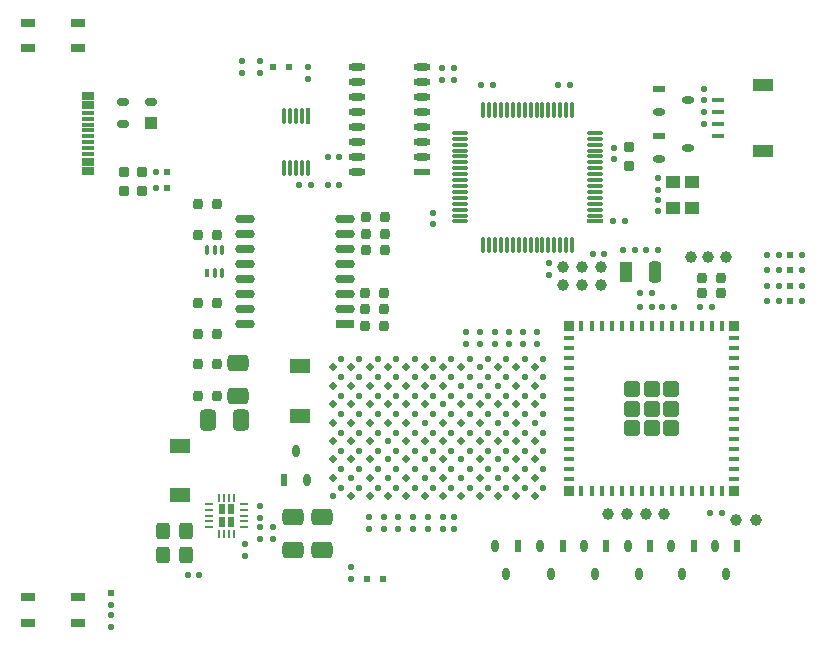
<source format=gtp>
G04*
G04 #@! TF.GenerationSoftware,Altium Limited,Altium Designer,23.3.1 (30)*
G04*
G04 Layer_Color=8421504*
%FSLAX25Y25*%
%MOIN*%
G70*
G04*
G04 #@! TF.SameCoordinates,635F8F13-06B7-4B74-B609-E5844613821D*
G04*
G04*
G04 #@! TF.FilePolarity,Positive*
G04*
G01*
G75*
%ADD21R,0.02362X0.03543*%
%ADD22R,0.00787X0.02756*%
G04:AMPARAMS|DCode=23|XSize=35.43mil|YSize=31.5mil|CornerRadius=7.87mil|HoleSize=0mil|Usage=FLASHONLY|Rotation=180.000|XOffset=0mil|YOffset=0mil|HoleType=Round|Shape=RoundedRectangle|*
%AMROUNDEDRECTD23*
21,1,0.03543,0.01575,0,0,180.0*
21,1,0.01968,0.03150,0,0,180.0*
1,1,0.01575,-0.00984,0.00787*
1,1,0.01575,0.00984,0.00787*
1,1,0.01575,0.00984,-0.00787*
1,1,0.01575,-0.00984,-0.00787*
%
%ADD23ROUNDEDRECTD23*%
%ADD24R,0.01968X0.01968*%
G04:AMPARAMS|DCode=25|XSize=19.68mil|YSize=19.68mil|CornerRadius=4.92mil|HoleSize=0mil|Usage=FLASHONLY|Rotation=270.000|XOffset=0mil|YOffset=0mil|HoleType=Round|Shape=RoundedRectangle|*
%AMROUNDEDRECTD25*
21,1,0.01968,0.00984,0,0,270.0*
21,1,0.00984,0.01968,0,0,270.0*
1,1,0.00984,-0.00492,-0.00492*
1,1,0.00984,-0.00492,0.00492*
1,1,0.00984,0.00492,0.00492*
1,1,0.00984,0.00492,-0.00492*
%
%ADD25ROUNDEDRECTD25*%
%ADD26C,0.03937*%
G04:AMPARAMS|DCode=27|XSize=47.24mil|YSize=25.59mil|CornerRadius=1.28mil|HoleSize=0mil|Usage=FLASHONLY|Rotation=180.000|XOffset=0mil|YOffset=0mil|HoleType=Round|Shape=RoundedRectangle|*
%AMROUNDEDRECTD27*
21,1,0.04724,0.02303,0,0,180.0*
21,1,0.04469,0.02559,0,0,180.0*
1,1,0.00256,-0.02234,0.01152*
1,1,0.00256,0.02234,0.01152*
1,1,0.00256,0.02234,-0.01152*
1,1,0.00256,-0.02234,-0.01152*
%
%ADD27ROUNDEDRECTD27*%
G04:AMPARAMS|DCode=28|XSize=15.75mil|YSize=33.47mil|CornerRadius=3.15mil|HoleSize=0mil|Usage=FLASHONLY|Rotation=0.000|XOffset=0mil|YOffset=0mil|HoleType=Round|Shape=RoundedRectangle|*
%AMROUNDEDRECTD28*
21,1,0.01575,0.02717,0,0,0.0*
21,1,0.00945,0.03347,0,0,0.0*
1,1,0.00630,0.00472,-0.01358*
1,1,0.00630,-0.00472,-0.01358*
1,1,0.00630,-0.00472,0.01358*
1,1,0.00630,0.00472,0.01358*
%
%ADD28ROUNDEDRECTD28*%
G04:AMPARAMS|DCode=29|XSize=19.68mil|YSize=19.68mil|CornerRadius=4.92mil|HoleSize=0mil|Usage=FLASHONLY|Rotation=0.000|XOffset=0mil|YOffset=0mil|HoleType=Round|Shape=RoundedRectangle|*
%AMROUNDEDRECTD29*
21,1,0.01968,0.00984,0,0,0.0*
21,1,0.00984,0.01968,0,0,0.0*
1,1,0.00984,0.00492,-0.00492*
1,1,0.00984,-0.00492,-0.00492*
1,1,0.00984,-0.00492,0.00492*
1,1,0.00984,0.00492,0.00492*
%
%ADD29ROUNDEDRECTD29*%
%ADD30O,0.05709X0.02362*%
G04:AMPARAMS|DCode=31|XSize=31.5mil|YSize=35.43mil|CornerRadius=7.87mil|HoleSize=0mil|Usage=FLASHONLY|Rotation=90.000|XOffset=0mil|YOffset=0mil|HoleType=Round|Shape=RoundedRectangle|*
%AMROUNDEDRECTD31*
21,1,0.03150,0.01968,0,0,90.0*
21,1,0.01575,0.03543,0,0,90.0*
1,1,0.01575,0.00984,0.00787*
1,1,0.01575,0.00984,-0.00787*
1,1,0.01575,-0.00984,-0.00787*
1,1,0.01575,-0.00984,0.00787*
%
%ADD31ROUNDEDRECTD31*%
G04:AMPARAMS|DCode=32|XSize=31.5mil|YSize=35.43mil|CornerRadius=7.87mil|HoleSize=0mil|Usage=FLASHONLY|Rotation=0.000|XOffset=0mil|YOffset=0mil|HoleType=Round|Shape=RoundedRectangle|*
%AMROUNDEDRECTD32*
21,1,0.03150,0.01968,0,0,0.0*
21,1,0.01575,0.03543,0,0,0.0*
1,1,0.01575,0.00787,-0.00984*
1,1,0.01575,-0.00787,-0.00984*
1,1,0.01575,-0.00787,0.00984*
1,1,0.01575,0.00787,0.00984*
%
%ADD32ROUNDEDRECTD32*%
G04:AMPARAMS|DCode=33|XSize=23.62mil|YSize=42.52mil|CornerRadius=2.36mil|HoleSize=0mil|Usage=FLASHONLY|Rotation=270.000|XOffset=0mil|YOffset=0mil|HoleType=Round|Shape=RoundedRectangle|*
%AMROUNDEDRECTD33*
21,1,0.02362,0.03780,0,0,270.0*
21,1,0.01890,0.04252,0,0,270.0*
1,1,0.00472,-0.01890,-0.00945*
1,1,0.00472,-0.01890,0.00945*
1,1,0.00472,0.01890,0.00945*
1,1,0.00472,0.01890,-0.00945*
%
%ADD33ROUNDEDRECTD33*%
G04:AMPARAMS|DCode=34|XSize=11.81mil|YSize=42.52mil|CornerRadius=1.18mil|HoleSize=0mil|Usage=FLASHONLY|Rotation=90.000|XOffset=0mil|YOffset=0mil|HoleType=Round|Shape=RoundedRectangle|*
%AMROUNDEDRECTD34*
21,1,0.01181,0.04016,0,0,90.0*
21,1,0.00945,0.04252,0,0,90.0*
1,1,0.00236,0.02008,0.00472*
1,1,0.00236,0.02008,-0.00472*
1,1,0.00236,-0.02008,-0.00472*
1,1,0.00236,-0.02008,0.00472*
%
%ADD34ROUNDEDRECTD34*%
G04:AMPARAMS|DCode=35|XSize=55.12mil|YSize=70.87mil|CornerRadius=13.78mil|HoleSize=0mil|Usage=FLASHONLY|Rotation=90.000|XOffset=0mil|YOffset=0mil|HoleType=Round|Shape=RoundedRectangle|*
%AMROUNDEDRECTD35*
21,1,0.05512,0.04331,0,0,90.0*
21,1,0.02756,0.07087,0,0,90.0*
1,1,0.02756,0.02165,0.01378*
1,1,0.02756,0.02165,-0.01378*
1,1,0.02756,-0.02165,-0.01378*
1,1,0.02756,-0.02165,0.01378*
%
%ADD35ROUNDEDRECTD35*%
G04:AMPARAMS|DCode=36|XSize=19.68mil|YSize=19.68mil|CornerRadius=4.92mil|HoleSize=0mil|Usage=FLASHONLY|Rotation=45.000|XOffset=0mil|YOffset=0mil|HoleType=Round|Shape=RoundedRectangle|*
%AMROUNDEDRECTD36*
21,1,0.01968,0.00984,0,0,45.0*
21,1,0.00984,0.01968,0,0,45.0*
1,1,0.00984,0.00696,0.00000*
1,1,0.00984,0.00000,-0.00696*
1,1,0.00984,-0.00696,0.00000*
1,1,0.00984,0.00000,0.00696*
%
%ADD36ROUNDEDRECTD36*%
%ADD37P,0.02784X4X90.0*%
%ADD38O,0.02362X0.04331*%
%ADD39R,0.02362X0.04331*%
%ADD40R,0.01181X0.05709*%
%ADD41O,0.01181X0.05709*%
G04:AMPARAMS|DCode=42|XSize=55.12mil|YSize=70.87mil|CornerRadius=13.78mil|HoleSize=0mil|Usage=FLASHONLY|Rotation=180.000|XOffset=0mil|YOffset=0mil|HoleType=Round|Shape=RoundedRectangle|*
%AMROUNDEDRECTD42*
21,1,0.05512,0.04331,0,0,180.0*
21,1,0.02756,0.07087,0,0,180.0*
1,1,0.02756,-0.01378,0.02165*
1,1,0.02756,0.01378,0.02165*
1,1,0.02756,0.01378,-0.02165*
1,1,0.02756,-0.01378,-0.02165*
%
%ADD42ROUNDEDRECTD42*%
%ADD43R,0.01968X0.02362*%
%ADD44R,0.01968X0.01968*%
%ADD45R,0.06929X0.05118*%
%ADD46O,0.06496X0.02992*%
%ADD47R,0.06496X0.02992*%
%ADD48O,0.01575X0.03150*%
%ADD49R,0.01575X0.03150*%
%ADD50R,0.05709X0.02362*%
G04:AMPARAMS|DCode=51|XSize=35.43mil|YSize=31.5mil|CornerRadius=7.87mil|HoleSize=0mil|Usage=FLASHONLY|Rotation=90.000|XOffset=0mil|YOffset=0mil|HoleType=Round|Shape=RoundedRectangle|*
%AMROUNDEDRECTD51*
21,1,0.03543,0.01575,0,0,90.0*
21,1,0.01968,0.03150,0,0,90.0*
1,1,0.01575,0.00787,0.00984*
1,1,0.01575,0.00787,-0.00984*
1,1,0.01575,-0.00787,-0.00984*
1,1,0.01575,-0.00787,0.00984*
%
%ADD51ROUNDEDRECTD51*%
G04:AMPARAMS|DCode=52|XSize=51.18mil|YSize=51.18mil|CornerRadius=5.12mil|HoleSize=0mil|Usage=FLASHONLY|Rotation=180.000|XOffset=0mil|YOffset=0mil|HoleType=Round|Shape=RoundedRectangle|*
%AMROUNDEDRECTD52*
21,1,0.05118,0.04095,0,0,180.0*
21,1,0.04095,0.05118,0,0,180.0*
1,1,0.01024,-0.02047,0.02047*
1,1,0.01024,0.02047,0.02047*
1,1,0.01024,0.02047,-0.02047*
1,1,0.01024,-0.02047,-0.02047*
%
%ADD52ROUNDEDRECTD52*%
%ADD53R,0.01575X0.03347*%
%ADD54R,0.03347X0.03347*%
G04:AMPARAMS|DCode=55|XSize=15.75mil|YSize=33.47mil|CornerRadius=3.15mil|HoleSize=0mil|Usage=FLASHONLY|Rotation=90.000|XOffset=0mil|YOffset=0mil|HoleType=Round|Shape=RoundedRectangle|*
%AMROUNDEDRECTD55*
21,1,0.01575,0.02717,0,0,90.0*
21,1,0.00945,0.03347,0,0,90.0*
1,1,0.00630,0.01358,0.00472*
1,1,0.00630,0.01358,-0.00472*
1,1,0.00630,-0.01358,-0.00472*
1,1,0.00630,-0.01358,0.00472*
%
%ADD55ROUNDEDRECTD55*%
G04:AMPARAMS|DCode=56|XSize=47.24mil|YSize=55.12mil|CornerRadius=11.81mil|HoleSize=0mil|Usage=FLASHONLY|Rotation=0.000|XOffset=0mil|YOffset=0mil|HoleType=Round|Shape=RoundedRectangle|*
%AMROUNDEDRECTD56*
21,1,0.04724,0.03150,0,0,0.0*
21,1,0.02362,0.05512,0,0,0.0*
1,1,0.02362,0.01181,-0.01575*
1,1,0.02362,-0.01181,-0.01575*
1,1,0.02362,-0.01181,0.01575*
1,1,0.02362,0.01181,0.01575*
%
%ADD56ROUNDEDRECTD56*%
%ADD57O,0.04331X0.02362*%
%ADD58R,0.04331X0.02362*%
%ADD59R,0.03937X0.04134*%
G04:AMPARAMS|DCode=60|XSize=25.59mil|YSize=39.37mil|CornerRadius=6.4mil|HoleSize=0mil|Usage=FLASHONLY|Rotation=270.000|XOffset=0mil|YOffset=0mil|HoleType=Round|Shape=RoundedRectangle|*
%AMROUNDEDRECTD60*
21,1,0.02559,0.02657,0,0,270.0*
21,1,0.01280,0.03937,0,0,270.0*
1,1,0.01280,-0.01329,-0.00640*
1,1,0.01280,-0.01329,0.00640*
1,1,0.01280,0.01329,0.00640*
1,1,0.01280,0.01329,-0.00640*
%
%ADD60ROUNDEDRECTD60*%
%ADD61O,0.05709X0.01181*%
%ADD62R,0.05709X0.01181*%
%ADD63R,0.04724X0.04331*%
G04:AMPARAMS|DCode=64|XSize=39.37mil|YSize=70.87mil|CornerRadius=9.84mil|HoleSize=0mil|Usage=FLASHONLY|Rotation=0.000|XOffset=0mil|YOffset=0mil|HoleType=Round|Shape=RoundedRectangle|*
%AMROUNDEDRECTD64*
21,1,0.03937,0.05118,0,0,0.0*
21,1,0.01968,0.07087,0,0,0.0*
1,1,0.01968,0.00984,-0.02559*
1,1,0.01968,-0.00984,-0.02559*
1,1,0.01968,-0.00984,0.02559*
1,1,0.01968,0.00984,0.02559*
%
%ADD64ROUNDEDRECTD64*%
%ADD65R,0.03937X0.07087*%
G04:AMPARAMS|DCode=66|XSize=43.31mil|YSize=15.75mil|CornerRadius=5.51mil|HoleSize=0mil|Usage=FLASHONLY|Rotation=180.000|XOffset=0mil|YOffset=0mil|HoleType=Round|Shape=RoundedRectangle|*
%AMROUNDEDRECTD66*
21,1,0.04331,0.00472,0,0,180.0*
21,1,0.03228,0.01575,0,0,180.0*
1,1,0.01102,-0.01614,0.00236*
1,1,0.01102,0.01614,0.00236*
1,1,0.01102,0.01614,-0.00236*
1,1,0.01102,-0.01614,-0.00236*
%
%ADD66ROUNDEDRECTD66*%
G04:AMPARAMS|DCode=67|XSize=66.93mil|YSize=39.37mil|CornerRadius=2.95mil|HoleSize=0mil|Usage=FLASHONLY|Rotation=180.000|XOffset=0mil|YOffset=0mil|HoleType=Round|Shape=RoundedRectangle|*
%AMROUNDEDRECTD67*
21,1,0.06693,0.03347,0,0,180.0*
21,1,0.06102,0.03937,0,0,180.0*
1,1,0.00591,-0.03051,0.01673*
1,1,0.00591,0.03051,0.01673*
1,1,0.00591,0.03051,-0.01673*
1,1,0.00591,-0.03051,-0.01673*
%
%ADD67ROUNDEDRECTD67*%
%ADD68R,0.04331X0.01575*%
%ADD69O,0.03150X0.00787*%
%ADD70R,0.03150X0.00787*%
D21*
X270866Y239763D02*
D03*
X274016Y239764D02*
D03*
X270866Y235433D02*
D03*
X274015Y235433D02*
D03*
D22*
X274803Y231595D02*
D03*
X273229Y231594D02*
D03*
X270079Y231594D02*
D03*
X271654Y231594D02*
D03*
X270079Y243602D02*
D03*
X271654Y243602D02*
D03*
X274803Y243602D02*
D03*
X273229Y243602D02*
D03*
D23*
X406693Y360433D02*
D03*
Y354134D02*
D03*
D24*
X233858Y211811D02*
D03*
D25*
Y207874D02*
D03*
Y200394D02*
D03*
Y204331D02*
D03*
X352362Y298819D02*
D03*
X352362Y294882D02*
D03*
X379800Y321775D02*
D03*
Y317838D02*
D03*
X299606Y387008D02*
D03*
Y383071D02*
D03*
X344094Y386614D02*
D03*
Y382677D02*
D03*
X348425Y386614D02*
D03*
Y382677D02*
D03*
X278740Y224213D02*
D03*
Y228150D02*
D03*
X287795Y229724D02*
D03*
Y233661D02*
D03*
X283465Y388976D02*
D03*
Y385039D02*
D03*
X277559Y388976D02*
D03*
Y385039D02*
D03*
X313976Y220472D02*
D03*
Y216535D02*
D03*
X283465Y229724D02*
D03*
Y233661D02*
D03*
Y236811D02*
D03*
Y240748D02*
D03*
X375984Y294882D02*
D03*
X375984Y298819D02*
D03*
X361811Y294882D02*
D03*
X361811Y298819D02*
D03*
X357087Y294882D02*
D03*
X357087Y298819D02*
D03*
X366535Y294882D02*
D03*
X366535Y298819D02*
D03*
X371260Y294882D02*
D03*
X371260Y298819D02*
D03*
X319882Y237205D02*
D03*
X319882Y233268D02*
D03*
X324803Y237205D02*
D03*
X324803Y233268D02*
D03*
X339567Y237205D02*
D03*
Y233268D02*
D03*
X334646Y237205D02*
D03*
X334646Y233268D02*
D03*
X431496Y372047D02*
D03*
Y368110D02*
D03*
Y375984D02*
D03*
Y379921D02*
D03*
X329724Y237205D02*
D03*
X329724Y233268D02*
D03*
X416142Y342913D02*
D03*
Y338976D02*
D03*
Y350000D02*
D03*
Y346063D02*
D03*
X401575Y360236D02*
D03*
Y356299D02*
D03*
X341339Y338583D02*
D03*
Y334646D02*
D03*
D26*
X448819Y236221D02*
D03*
X442126D02*
D03*
X418110Y238189D02*
D03*
X412205D02*
D03*
X405905D02*
D03*
X399606D02*
D03*
X384646Y314567D02*
D03*
Y320472D02*
D03*
X390945Y314567D02*
D03*
Y320472D02*
D03*
X397244Y314567D02*
D03*
Y320472D02*
D03*
X433071Y323622D02*
D03*
X438976D02*
D03*
X427165D02*
D03*
D27*
X206102Y201870D02*
D03*
Y210335D02*
D03*
X223031Y201870D02*
D03*
Y210335D02*
D03*
X206102Y393406D02*
D03*
Y401870D02*
D03*
X223031Y393406D02*
D03*
Y401870D02*
D03*
D28*
X417520Y245669D02*
D03*
X420866D02*
D03*
X437598D02*
D03*
X434252Y300787D02*
D03*
X430905D02*
D03*
X424213Y300787D02*
D03*
X427559Y300787D02*
D03*
X420866D02*
D03*
X417520D02*
D03*
X414173D02*
D03*
X410827D02*
D03*
X407480D02*
D03*
X404134D02*
D03*
X400787Y300787D02*
D03*
X434252Y245669D02*
D03*
X430905D02*
D03*
X424213D02*
D03*
X427559Y245669D02*
D03*
X414173D02*
D03*
X410827Y245669D02*
D03*
X407480Y245669D02*
D03*
X404134Y245669D02*
D03*
X400787Y245669D02*
D03*
X397441Y300787D02*
D03*
X394094Y300787D02*
D03*
X390748Y300787D02*
D03*
X397441Y245669D02*
D03*
X394094D02*
D03*
X390748D02*
D03*
D29*
X348425Y237205D02*
D03*
Y233071D02*
D03*
X437598Y238583D02*
D03*
X344488Y237205D02*
D03*
Y233071D02*
D03*
X405118Y335630D02*
D03*
X401181D02*
D03*
X263386Y217913D02*
D03*
X259449D02*
D03*
X456693Y314173D02*
D03*
X452756D02*
D03*
X414173Y311811D02*
D03*
X410236D02*
D03*
X414173Y307087D02*
D03*
X410236D02*
D03*
X421457D02*
D03*
X417520D02*
D03*
X456693Y324410D02*
D03*
X452756D02*
D03*
X456693Y319291D02*
D03*
X452756D02*
D03*
X456693Y309055D02*
D03*
X452756D02*
D03*
X296654Y347638D02*
D03*
X300590D02*
D03*
X464173Y324410D02*
D03*
Y319291D02*
D03*
Y314173D02*
D03*
Y309055D02*
D03*
X306102Y347638D02*
D03*
X310039D02*
D03*
X306102Y357087D02*
D03*
X310039D02*
D03*
X434252Y307087D02*
D03*
X430315D02*
D03*
X433661Y238583D02*
D03*
X248819Y351969D02*
D03*
Y346850D02*
D03*
X386811Y381004D02*
D03*
X382874D02*
D03*
X416142Y325984D02*
D03*
X412205D02*
D03*
X408661D02*
D03*
X404724D02*
D03*
X361221Y381004D02*
D03*
X357283D02*
D03*
X394488Y324803D02*
D03*
X398425D02*
D03*
D30*
X337500Y382185D02*
D03*
X337500Y387185D02*
D03*
X337500Y357185D02*
D03*
X337500Y362185D02*
D03*
Y367185D02*
D03*
Y372185D02*
D03*
Y377185D02*
D03*
X316043Y352185D02*
D03*
Y357185D02*
D03*
Y362185D02*
D03*
Y367185D02*
D03*
Y372185D02*
D03*
Y377185D02*
D03*
Y382185D02*
D03*
Y387185D02*
D03*
D31*
X244094Y345669D02*
D03*
Y351969D02*
D03*
X238189Y345669D02*
D03*
Y351969D02*
D03*
D32*
X262992Y341535D02*
D03*
X269291D02*
D03*
X318898Y331496D02*
D03*
X325197D02*
D03*
X318504Y306299D02*
D03*
X324803D02*
D03*
X430905Y311811D02*
D03*
X437205D02*
D03*
X269291Y331102D02*
D03*
X262992D02*
D03*
X269291Y287992D02*
D03*
X262992D02*
D03*
X318898Y325984D02*
D03*
X325197D02*
D03*
X318898Y337008D02*
D03*
X325197D02*
D03*
X324803Y300787D02*
D03*
X318504D02*
D03*
X324803Y311811D02*
D03*
X318504D02*
D03*
X269291Y308465D02*
D03*
X262992D02*
D03*
X262992Y298228D02*
D03*
X269291D02*
D03*
X262992Y277362D02*
D03*
X269291D02*
D03*
D33*
X226181Y352362D02*
D03*
Y377559D02*
D03*
Y374410D02*
D03*
Y355512D02*
D03*
D34*
Y371850D02*
D03*
Y369882D02*
D03*
Y367913D02*
D03*
Y365945D02*
D03*
Y363976D02*
D03*
Y362008D02*
D03*
Y360039D02*
D03*
Y358071D02*
D03*
D35*
X304134Y237205D02*
D03*
Y226181D02*
D03*
X294488Y237205D02*
D03*
X294488Y226181D02*
D03*
X276279Y288386D02*
D03*
Y277362D02*
D03*
D36*
X310630Y277515D02*
D03*
X316755Y283639D02*
D03*
X341252Y246892D02*
D03*
X335128Y246892D02*
D03*
X329003Y246892D02*
D03*
X377999Y259141D02*
D03*
X322879Y246892D02*
D03*
X371875Y259141D02*
D03*
X316754Y246892D02*
D03*
X362967Y256357D02*
D03*
X365751Y259141D02*
D03*
X353502Y265265D02*
D03*
X307846Y244108D02*
D03*
X310630Y246892D02*
D03*
X359626Y259141D02*
D03*
X347377Y265265D02*
D03*
X377999Y253016D02*
D03*
X350718Y256357D02*
D03*
X353502Y259141D02*
D03*
X341252Y265265D02*
D03*
X338469Y268606D02*
D03*
X341253Y271390D02*
D03*
X371875Y253016D02*
D03*
X347377Y259141D02*
D03*
X335128Y265265D02*
D03*
X335128Y271390D02*
D03*
X362966Y250232D02*
D03*
X365750Y253016D02*
D03*
X338469Y256357D02*
D03*
X341252Y259141D02*
D03*
X326220Y262482D02*
D03*
X329004Y265265D02*
D03*
X329004Y271390D02*
D03*
X341253Y277515D02*
D03*
X359626Y253016D02*
D03*
X335128Y259141D02*
D03*
X322879Y265265D02*
D03*
X322879Y271390D02*
D03*
X335128Y277515D02*
D03*
X350717Y250232D02*
D03*
X353501Y253016D02*
D03*
X326220Y256357D02*
D03*
X329003Y259141D02*
D03*
X316754Y265265D02*
D03*
Y271390D02*
D03*
X329004Y277515D02*
D03*
X350718Y280855D02*
D03*
X353502Y283639D02*
D03*
X347377Y253016D02*
D03*
X322879Y259141D02*
D03*
X310630Y265265D02*
D03*
X310630Y271390D02*
D03*
X322879Y277515D02*
D03*
X347377Y283639D02*
D03*
X377999Y246891D02*
D03*
X338469Y250232D02*
D03*
X341252Y253016D02*
D03*
X316754Y259141D02*
D03*
X375216Y268606D02*
D03*
X378000Y271390D02*
D03*
X378000Y277514D02*
D03*
X316755Y277515D02*
D03*
X341253Y283639D02*
D03*
X378000Y289763D02*
D03*
X371875Y246891D02*
D03*
X335128Y253016D02*
D03*
X310630Y259141D02*
D03*
X371875Y271390D02*
D03*
X371875Y277514D02*
D03*
X335128Y283639D02*
D03*
X371875Y289764D02*
D03*
X365750Y246891D02*
D03*
X326220Y250232D02*
D03*
X329003Y253016D02*
D03*
X377999Y265265D02*
D03*
X362967Y268606D02*
D03*
X365751Y271390D02*
D03*
X365751Y277514D02*
D03*
X378000Y283639D02*
D03*
X329004Y283639D02*
D03*
X365751Y289764D02*
D03*
X341253Y289764D02*
D03*
X359626Y246891D02*
D03*
X322879Y253016D02*
D03*
X371875Y265265D02*
D03*
X359626Y271390D02*
D03*
X359626Y277515D02*
D03*
X371875Y283639D02*
D03*
X322879Y283639D02*
D03*
X356842Y286980D02*
D03*
X359626Y289764D02*
D03*
X335128Y289764D02*
D03*
X353501Y246891D02*
D03*
X313970Y250233D02*
D03*
X316754Y253016D02*
D03*
X365751Y265265D02*
D03*
X353502Y271390D02*
D03*
X353502Y277515D02*
D03*
X362967Y280855D02*
D03*
X365751Y283639D02*
D03*
X347377Y246892D02*
D03*
X310630Y253016D02*
D03*
X359626Y265265D02*
D03*
X347377Y271390D02*
D03*
X344593Y274731D02*
D03*
X347377Y277515D02*
D03*
X356842Y280855D02*
D03*
X359626Y283639D02*
D03*
X353502Y289764D02*
D03*
X329004Y289764D02*
D03*
X316755D02*
D03*
X310630Y283639D02*
D03*
X347377Y289764D02*
D03*
X322879Y289764D02*
D03*
X310630D02*
D03*
D37*
X307846Y274731D02*
D03*
X313971Y280855D02*
D03*
X338468Y244108D02*
D03*
X332344Y244108D02*
D03*
X326219Y244108D02*
D03*
X375216Y256357D02*
D03*
X320095Y244108D02*
D03*
X369091Y256357D02*
D03*
X313970Y244108D02*
D03*
X350718Y262481D02*
D03*
X356842Y256357D02*
D03*
X344593Y262481D02*
D03*
X375216Y250232D02*
D03*
X338469Y262481D02*
D03*
X369091Y250232D02*
D03*
X344593Y256357D02*
D03*
X332344Y262482D02*
D03*
X332344Y268606D02*
D03*
X326220Y268606D02*
D03*
X338469Y274731D02*
D03*
X356842Y250232D02*
D03*
X332344Y256357D02*
D03*
X320095Y262482D02*
D03*
X320095Y268606D02*
D03*
X332344Y274731D02*
D03*
X313970Y262482D02*
D03*
X313971Y268606D02*
D03*
X326220Y274731D02*
D03*
X344593Y250232D02*
D03*
X320095Y256357D02*
D03*
X307846Y262482D02*
D03*
X307846Y268606D02*
D03*
X320095Y274731D02*
D03*
X344593Y280855D02*
D03*
X375216Y244108D02*
D03*
X313970Y256357D02*
D03*
X375216Y274730D02*
D03*
X313971Y274731D02*
D03*
X338469Y280855D02*
D03*
X375216Y286980D02*
D03*
X369091Y244108D02*
D03*
X332344Y250232D02*
D03*
X307846Y256357D02*
D03*
X369091Y268606D02*
D03*
X369091Y274730D02*
D03*
X332344Y280855D02*
D03*
X369091Y286980D02*
D03*
X362966Y244108D02*
D03*
X375216Y262481D02*
D03*
X362967Y274730D02*
D03*
X375216Y280855D02*
D03*
X326220Y280855D02*
D03*
X362967Y286980D02*
D03*
X338469Y286980D02*
D03*
X356842Y244108D02*
D03*
X320095Y250233D02*
D03*
X369091Y262481D02*
D03*
X356842Y268606D02*
D03*
X356842Y274731D02*
D03*
X369091Y280855D02*
D03*
X320095Y280855D02*
D03*
X332344Y286980D02*
D03*
X350717Y244108D02*
D03*
X362967Y262481D02*
D03*
X350718Y268606D02*
D03*
X350718Y274731D02*
D03*
X344593Y244108D02*
D03*
X307846Y250233D02*
D03*
X356842Y262481D02*
D03*
X344593Y268606D02*
D03*
X350718Y286980D02*
D03*
X326220Y286980D02*
D03*
X313971Y286980D02*
D03*
X307846Y280855D02*
D03*
X344593Y286980D02*
D03*
X320095Y286980D02*
D03*
X307846Y286980D02*
D03*
D38*
X295472Y259055D02*
D03*
X299213Y249606D02*
D03*
X365748Y218110D02*
D03*
X362008Y227559D02*
D03*
X380709Y218110D02*
D03*
X376969Y227559D02*
D03*
X395276Y218110D02*
D03*
X391535Y227559D02*
D03*
X409842Y218110D02*
D03*
X406102Y227559D02*
D03*
X424409Y218110D02*
D03*
X420669Y227559D02*
D03*
X438976Y218110D02*
D03*
X435236Y227559D02*
D03*
D39*
X291732Y249606D02*
D03*
X369488Y227559D02*
D03*
X384449D02*
D03*
X399016D02*
D03*
X413583Y227559D02*
D03*
X428150Y227559D02*
D03*
X442717Y227559D02*
D03*
D40*
X299606Y370866D02*
D03*
D41*
X297638D02*
D03*
X295669D02*
D03*
X293701D02*
D03*
X291732D02*
D03*
X299606Y353543D02*
D03*
X297638D02*
D03*
X295669D02*
D03*
X293701D02*
D03*
X291732D02*
D03*
X387598Y327854D02*
D03*
X385630D02*
D03*
X383661D02*
D03*
X381693D02*
D03*
X379724Y327854D02*
D03*
X377756D02*
D03*
X375787Y327854D02*
D03*
X373819D02*
D03*
X371850D02*
D03*
X369882D02*
D03*
X367913Y327854D02*
D03*
X365945D02*
D03*
X363976Y327854D02*
D03*
X362008D02*
D03*
X360039D02*
D03*
X358071D02*
D03*
Y372933D02*
D03*
X360039D02*
D03*
X362008D02*
D03*
X363976D02*
D03*
X365945Y372933D02*
D03*
X367913D02*
D03*
X369882Y372933D02*
D03*
X371850D02*
D03*
X373819D02*
D03*
X375787D02*
D03*
X377756Y372933D02*
D03*
X379724D02*
D03*
X381693Y372933D02*
D03*
X383661D02*
D03*
X385630D02*
D03*
X387598D02*
D03*
D42*
X277165Y269488D02*
D03*
X266142D02*
D03*
D43*
X319094Y216535D02*
D03*
X324606D02*
D03*
X293307Y387008D02*
D03*
X287795D02*
D03*
D44*
X460236Y324410D02*
D03*
Y319291D02*
D03*
Y314173D02*
D03*
Y309055D02*
D03*
X252756Y351969D02*
D03*
Y346850D02*
D03*
D45*
X296850Y270866D02*
D03*
Y287402D02*
D03*
X257087Y260827D02*
D03*
Y244291D02*
D03*
D46*
X312028Y336398D02*
D03*
Y331398D02*
D03*
Y326398D02*
D03*
Y321398D02*
D03*
Y316398D02*
D03*
Y311398D02*
D03*
Y306398D02*
D03*
X278524Y301398D02*
D03*
Y306398D02*
D03*
Y311398D02*
D03*
Y316398D02*
D03*
Y321398D02*
D03*
Y326398D02*
D03*
Y331398D02*
D03*
Y336398D02*
D03*
D47*
X312028Y301398D02*
D03*
D48*
X271063Y326181D02*
D03*
X268504D02*
D03*
X265945D02*
D03*
X271063Y318307D02*
D03*
X268504D02*
D03*
D49*
X265945D02*
D03*
D50*
X337500Y352185D02*
D03*
D51*
X430905Y316929D02*
D03*
X437205D02*
D03*
D52*
X407677Y279724D02*
D03*
X414173D02*
D03*
X420669Y279724D02*
D03*
Y273228D02*
D03*
X414173D02*
D03*
X407677D02*
D03*
X407677Y266732D02*
D03*
X414173Y266732D02*
D03*
X420669Y266732D02*
D03*
D53*
X437598Y300787D02*
D03*
D54*
X441732D02*
D03*
Y245669D02*
D03*
X386614Y300787D02*
D03*
X386614Y245669D02*
D03*
D55*
X441732Y296654D02*
D03*
Y293307D02*
D03*
Y289961D02*
D03*
Y283268D02*
D03*
Y286614D02*
D03*
Y279921D02*
D03*
Y276575D02*
D03*
Y273228D02*
D03*
X441732Y266535D02*
D03*
X441732Y269882D02*
D03*
Y263189D02*
D03*
Y259842D02*
D03*
Y256496D02*
D03*
Y249803D02*
D03*
Y253150D02*
D03*
X386614Y296654D02*
D03*
X386614Y293307D02*
D03*
Y289961D02*
D03*
X386614Y283268D02*
D03*
X386614Y286614D02*
D03*
Y279921D02*
D03*
X386614Y276575D02*
D03*
X386614Y273228D02*
D03*
Y266535D02*
D03*
X386614Y269882D02*
D03*
X386614Y263189D02*
D03*
Y259842D02*
D03*
X386614Y256496D02*
D03*
X386614Y249803D02*
D03*
Y253150D02*
D03*
D56*
X251182Y224587D02*
D03*
X259056D02*
D03*
X251182Y232461D02*
D03*
X259056D02*
D03*
D57*
X426181Y360236D02*
D03*
X416732Y356496D02*
D03*
X426181Y375984D02*
D03*
X416732Y372244D02*
D03*
D58*
Y363976D02*
D03*
Y379724D02*
D03*
D59*
X247244Y368504D02*
D03*
D60*
Y375590D02*
D03*
X237795D02*
D03*
Y368110D02*
D03*
D61*
X350295Y335630D02*
D03*
Y337598D02*
D03*
Y339567D02*
D03*
Y341535D02*
D03*
X350295Y343504D02*
D03*
Y345472D02*
D03*
X350295Y347441D02*
D03*
Y349410D02*
D03*
Y351378D02*
D03*
Y353346D02*
D03*
X350295Y355315D02*
D03*
Y357283D02*
D03*
X350295Y359252D02*
D03*
Y361221D02*
D03*
Y363189D02*
D03*
Y365158D02*
D03*
X395374D02*
D03*
Y363189D02*
D03*
Y361221D02*
D03*
Y359252D02*
D03*
X395374Y357283D02*
D03*
Y355315D02*
D03*
X395374Y353346D02*
D03*
Y351378D02*
D03*
Y349410D02*
D03*
Y347441D02*
D03*
X395374Y345472D02*
D03*
Y343504D02*
D03*
X395374Y341535D02*
D03*
Y339567D02*
D03*
Y337598D02*
D03*
D62*
Y335630D02*
D03*
D63*
X421358Y340256D02*
D03*
X421358Y348720D02*
D03*
X427461D02*
D03*
X427461Y340256D02*
D03*
D64*
X415354Y318898D02*
D03*
D65*
X405512Y318898D02*
D03*
D66*
X436221Y375984D02*
D03*
X436221Y372047D02*
D03*
Y368110D02*
D03*
D67*
X451378Y359055D02*
D03*
Y381102D02*
D03*
D68*
X436221Y364173D02*
D03*
D69*
X278248Y237598D02*
D03*
Y235630D02*
D03*
Y239567D02*
D03*
Y241535D02*
D03*
Y233661D02*
D03*
X266634Y237598D02*
D03*
Y239567D02*
D03*
Y235630D02*
D03*
Y233661D02*
D03*
D70*
Y241535D02*
D03*
M02*

</source>
